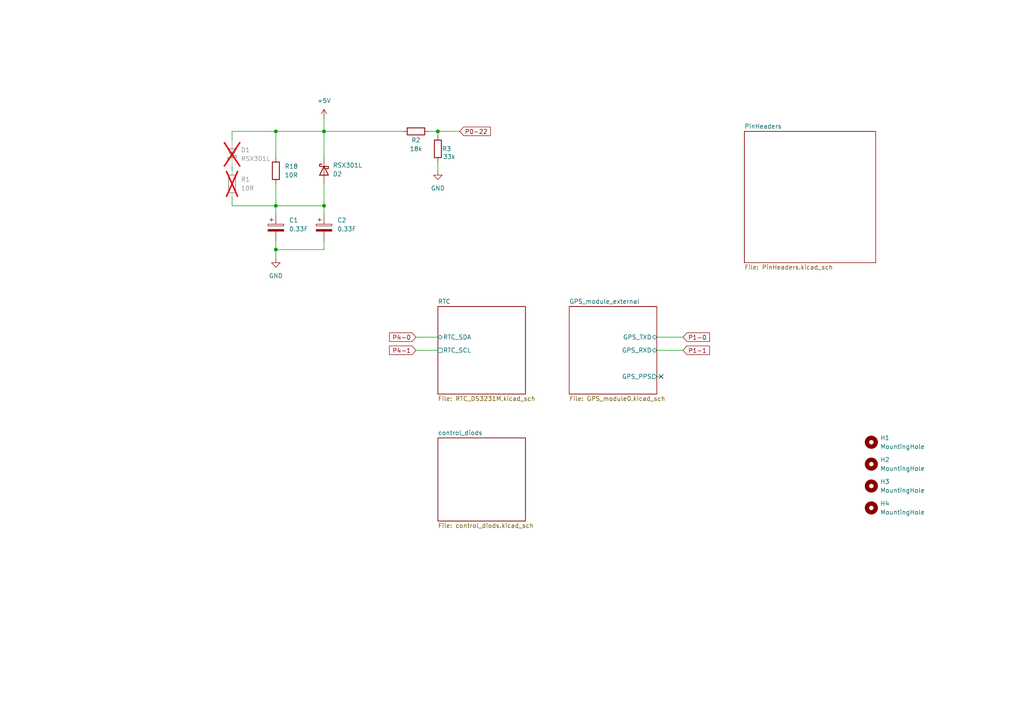
<source format=kicad_sch>
(kicad_sch (version 20231120) (generator "eeschema") (generator_version "8.0")
  (paper "A4")
  (title_block (title "Datalogger Expansion Shield") (date "2025-02-26") (rev "1.2"))
  (lib_symbols
    (symbol "Device:R" (pin_numbers hide) (pin_names (offset 0))
      (property "Reference" "R" (at 2.032 0 90))
      (property "Value" "R" (at 0 0 90))
      (symbol "R_0_1"
        (rectangle (start -1.016 -2.54) (end 1.016 2.54) (stroke (width 0.254)))
      )
      (symbol "R_1_1"
        (pin passive line (at 0 3.81 270) (length 1.27) (name "~") (number "1"))
        (pin passive line (at 0 -3.81 90) (length 1.27) (name "~") (number "2"))
      )
    )
    (symbol "Diode:B120-E3" (pin_numbers hide) (pin_names hide)
      (property "Reference" "D" (at 0 2.54 0))
      (property "Value" "B120-E3" (at 0 -2.54 0))
      (symbol "B120-E3_0_1"
        (polyline (pts (xy 1.27 0) (xy -1.27 0)))
        (polyline (pts (xy 1.27 1.27) (xy 1.27 -1.27) (xy -1.27 0) (xy 1.27 1.27)) (stroke (width 0.254)))
        (polyline (pts (xy -1.905 0.635) (xy -1.905 1.27) (xy -1.27 1.27) (xy -1.27 -1.27) (xy -0.635 -1.27) (xy -0.635 -0.635)) (stroke (width 0.254)))
      )
      (symbol "B120-E3_1_1"
        (pin passive line (at -3.81 0 0) (length 2.54) (name "K") (number "1"))
        (pin passive line (at 3.81 0 180) (length 2.54) (name "A") (number "2"))
      )
    )
    (symbol "Mechanical:MountingHole" (pin_names (offset 1.016)) (exclude_from_sim yes) (in_bom no)
      (property "Reference" "H" (at 0 5.08 0))
      (property "Value" "MountingHole" (at 0 3.175 0))
      (symbol "MountingHole_0_1"
        (circle (center 0 0) (radius 1.27) (stroke (width 1.27)))
      )
    )
    (symbol "SuperCapacitors:SCMR14G334SRBB0" (pin_numbers hide) (pin_names (offset 0.254))
      (property "Reference" "C" (at 0.635 2.54 0))
      (property "Value" "SCMR14G334SRBB0" (at 0.635 -2.54 0))
      (symbol "SCMR14G334SRBB0_0_1"
        (rectangle (start -2.286 0.508) (end 2.286 1.016))
        (polyline (pts (xy -1.778 2.286) (xy -0.762 2.286)))
        (polyline (pts (xy -1.27 2.794) (xy -1.27 1.778)))
        (rectangle (start 2.286 -0.508) (end -2.286 -1.016) (fill (type outline)))
      )
      (symbol "SCMR14G334SRBB0_1_1"
        (pin passive line (at 0 3.81 270) (length 2.794) (name "~") (number "1"))
        (pin passive line (at 0 -3.81 90) (length 2.794) (name "~") (number "2"))
      )
    )
    (symbol "power:+5V" (power) (pin_numbers hide) (pin_names (offset 0) hide)
      (property "Value" "+5V" (at 0 3.556 0))
      (symbol "+5V_0_1"
        (polyline (pts (xy -0.762 1.27) (xy 0 2.54)))
        (polyline (pts (xy 0 0) (xy 0 2.54)))
        (polyline (pts (xy 0 2.54) (xy 0.762 1.27)))
      )
      (symbol "+5V_1_1"
        (pin power_in line (at 0 0 90) (length 0) (name "~") (number "1"))
      )
    )
    (symbol "power:GND" (power) (pin_numbers hide) (pin_names (offset 0) hide)
      (property "Value" "GND" (at 0 -3.81 0))
      (symbol "GND_0_1"
        (polyline (pts (xy 0 0) (xy 0 -1.27) (xy 1.27 -1.27) (xy 0 -2.54) (xy -1.27 -1.27) (xy 0 -1.27)))
      )
      (symbol "GND_1_1"
        (pin power_in line (at 0 0 270) (length 0) (name "~") (number "1"))
      )
    )
  )
  (junction (at 80.01 72.39))
  (junction (at 93.98 38.1))
  (junction (at 93.98 59.69))
  (junction (at 80.01 59.69))
  (junction (at 80.01 38.1))
  (junction (at 127 38.1))
  (no_connect (at 191.77 109.22))
  (wire (pts (xy 80.01 72.39) (xy 80.01 74.93)))
  (wire (pts (xy 127 46.99) (xy 127 49.53)))
  (wire (pts (xy 127 38.1) (xy 133.35 38.1)))
  (wire (pts (xy 190.5 109.22) (xy 191.77 109.22)))
  (wire (pts (xy 80.01 53.34) (xy 80.01 59.69)))
  (wire (pts (xy 80.01 72.39) (xy 80.01 69.85)))
  (wire (pts (xy 93.98 62.23) (xy 93.98 59.69)))
  (wire (pts (xy 67.31 38.1) (xy 80.01 38.1)))
  (wire (pts (xy 127 38.1) (xy 127 39.37)))
  (wire (pts (xy 93.98 38.1) (xy 93.98 45.72)))
  (wire (pts (xy 93.98 34.29) (xy 93.98 38.1)))
  (wire (pts (xy 67.31 40.64) (xy 67.31 38.1)))
  (wire (pts (xy 80.01 62.23) (xy 80.01 59.69)))
  (wire (pts (xy 80.01 38.1) (xy 93.98 38.1)))
  (wire (pts (xy 190.5 101.6) (xy 198.12 101.6)))
  (wire (pts (xy 80.01 45.72) (xy 80.01 38.1)))
  (wire (pts (xy 190.5 97.79) (xy 198.12 97.79)))
  (wire (pts (xy 120.65 101.6) (xy 127 101.6)))
  (wire (pts (xy 67.31 59.69) (xy 67.31 57.15)))
  (wire (pts (xy 93.98 72.39) (xy 93.98 69.85)))
  (wire (pts (xy 93.98 59.69) (xy 80.01 59.69)))
  (wire (pts (xy 67.31 48.26) (xy 67.31 49.53)))
  (wire (pts (xy 80.01 72.39) (xy 93.98 72.39)))
  (wire (pts (xy 93.98 38.1) (xy 116.84 38.1)))
  (wire (pts (xy 124.46 38.1) (xy 127 38.1)))
  (wire (pts (xy 67.31 59.69) (xy 80.01 59.69)))
  (wire (pts (xy 120.65 97.79) (xy 127 97.79)))
  (wire (pts (xy 93.98 53.34) (xy 93.98 59.69)))
  (global_label "P1-0" (shape input) (at 198.12 97.79 0) (property "Intersheetrefs" "${INTERSHEET_REFS}" (effects (hide yes))))
  (global_label "P0-22" (shape input) (at 133.35 38.1 0) (property "Intersheetrefs" "${INTERSHEET_REFS}" (effects (hide yes))))
  (global_label "P4-1" (shape input) (at 120.65 101.6 180) (property "Intersheetrefs" "${INTERSHEET_REFS}" (effects (hide yes))))
  (global_label "P4-0" (shape input) (at 120.65 97.79 180) (property "Intersheetrefs" "${INTERSHEET_REFS}" (effects (hide yes))))
  (global_label "P1-1" (shape input) (at 198.12 101.6 0) (property "Intersheetrefs" "${INTERSHEET_REFS}" (effects (hide yes))))
  (symbol (lib_id "Device:R") (at 67.31 53.34 0) (unit 1) (dnp yes)
    (property "Reference" "R1" (at 69.85 52.0699 0) (effects (justify left)))
    (property "Value" "10R" (at 69.85 54.6099 0) (effects (justify left)))
    (property "Footprint" "Resistor_THT:R_Axial_DIN0204_L3.6mm_D1.6mm_P5.08mm_Horizontal" (effects (hide yes)))
    (property "Description" "Resistor" (effects (hide yes)))
  )
  (symbol (lib_id "Device:R") (at 127 43.18 180) (unit 1)
    (property "Reference" "R3" (at 129.54 43.18 0))
    (property "Value" "33k" (at 130.302 45.466 0))
    (property "Footprint" "Resistor_SMD:R_1206_3216Metric_Pad1.30x1.75mm_HandSolder" (effects (hide yes)))
    (property "Description" "Resistor" (effects (hide yes)))
  )
  (symbol (lib_id "Mechanical:MountingHole") (at 252.73 147.32 0) (unit 1) (exclude_from_sim yes) (in_bom no)
    (property "Reference" "H4" (at 255.27 146.0499 0) (effects (justify left)))
    (property "Value" "MountingHole" (at 255.27 148.5899 0) (effects (justify left)))
    (property "Footprint" "MountingHole:MountingHole_3.2mm_M3" (effects (hide yes)))
    (property "Description" "Mounting Hole without connection" (effects (hide yes)))
  )
  (symbol (lib_id "Diode:B120-E3") (at 67.31 44.45 90) (unit 1) (dnp yes)
    (property "Reference" "D1" (at 69.85 43.4974 90) (effects (justify right)))
    (property "Value" "RSX301L" (at 69.85 46.0374 90) (effects (justify right)))
    (property "Footprint" "Diode_SMD:D_SMA" (effects (hide yes)))
    (property "Datasheet" "https://fscdn.rohm.com/en/products/databook/datasheet/discrete/diode/schottky_barrier/rsx301l-30ddte25-e.pdf" (effects (hide yes)))
    (property "Description" "Schottky Diodes & Rectifiers 30V 3A, Single, DO-214AC, Highly Efficient SBD for Automotive" (effects (hide yes)))
  )
  (symbol (lib_id "power:GND") (at 127 49.53 0) (unit 1)
    (property "Reference" "#PWR013" (effects (hide yes)))
    (property "Value" "GND" (at 127 54.61 0))
    (property "Description" "Power symbol creates a global label with name \"GND\" , ground" (effects (hide yes)))
  )
  (symbol (lib_id "SuperCapacitors:SCMR14G334SRBB0") (at 80.01 66.04 0) (unit 1)
    (property "Reference" "C1" (at 83.82 63.8809 0) (effects (justify left)))
    (property "Value" "0.33F" (at 83.82 66.4209 0) (effects (justify left)))
    (property "Footprint" "SuperCapacitors:C_Radial_D8mm_W24mm_L14mm_P13.5mm" (effects (hide yes)))
    (property "Datasheet" "https://cz.mouser.com/ProductDetail/581-SCMT32H755SRBB0" (effects (hide yes)))
    (property "Description" "Polarized SuperCapacitor" (effects (hide yes)))
  )
  (symbol (lib_id "power:+5V") (at 93.98 34.29 0) (unit 1)
    (property "Reference" "#PWR039" (effects (hide yes)))
    (property "Value" "+5V" (at 93.98 29.21 0))
    (property "Description" "Power symbol creates a global label with name \"+5V\"" (effects (hide yes)))
  )
  (symbol (lib_id "Diode:B120-E3") (at 93.98 49.53 90) (mirror x) (unit 1)
    (property "Reference" "D2" (at 96.52 50.4826 90) (effects (justify right)))
    (property "Value" "RSX301L" (at 96.52 47.9426 90) (effects (justify right)))
    (property "Footprint" "Diode_SMD:D_SMA" (effects (hide yes)))
    (property "Datasheet" "https://fscdn.rohm.com/en/products/databook/datasheet/discrete/diode/schottky_barrier/rsx301l-30ddte25-e.pdf" (effects (hide yes)))
    (property "Description" "Schottky Diodes & Rectifiers 30V 3A, Single, DO-214AC, Highly Efficient SBD for Automotive" (effects (hide yes)))
  )
  (symbol (lib_id "Mechanical:MountingHole") (at 252.73 140.97 0) (unit 1) (exclude_from_sim yes) (in_bom no)
    (property "Reference" "H3" (at 255.27 139.6999 0) (effects (justify left)))
    (property "Value" "MountingHole" (at 255.27 142.2399 0) (effects (justify left)))
    (property "Footprint" "MountingHole:MountingHole_3.2mm_M3" (effects (hide yes)))
    (property "Description" "Mounting Hole without connection" (effects (hide yes)))
  )
  (symbol (lib_id "SuperCapacitors:SCMR14G334SRBB0") (at 93.98 66.04 0) (unit 1)
    (property "Reference" "C2" (at 97.79 63.8809 0) (effects (justify left)))
    (property "Value" "0.33F" (at 97.79 66.4209 0) (effects (justify left)))
    (property "Footprint" "SuperCapacitors:C_Radial_D8mm_W24mm_L14mm_P13.5mm" (effects (hide yes)))
    (property "Datasheet" "https://cz.mouser.com/ProductDetail/581-SCMT32H755SRBB0" (effects (hide yes)))
    (property "Description" "Polarized SuperCapacitor" (effects (hide yes)))
  )
  (symbol (lib_id "Mechanical:MountingHole") (at 252.73 128.27 0) (unit 1) (exclude_from_sim yes) (in_bom no)
    (property "Reference" "H1" (at 255.27 126.9999 0) (effects (justify left)))
    (property "Value" "MountingHole" (at 255.27 129.5399 0) (effects (justify left)))
    (property "Footprint" "MountingHole:MountingHole_3.2mm_M3" (effects (hide yes)))
    (property "Description" "Mounting Hole without connection" (effects (hide yes)))
  )
  (symbol (lib_id "power:GND") (at 80.01 74.93 0) (unit 1)
    (property "Reference" "#PWR01" (effects (hide yes)))
    (property "Value" "GND" (at 80.01 80.01 0))
    (property "Description" "Power symbol creates a global label with name \"GND\" , ground" (effects (hide yes)))
  )
  (symbol (lib_id "Mechanical:MountingHole") (at 252.73 134.62 0) (unit 1) (exclude_from_sim yes) (in_bom no)
    (property "Reference" "H2" (at 255.27 133.3499 0) (effects (justify left)))
    (property "Value" "MountingHole" (at 255.27 135.8899 0) (effects (justify left)))
    (property "Footprint" "MountingHole:MountingHole_3.2mm_M3" (effects (hide yes)))
    (property "Description" "Mounting Hole without connection" (effects (hide yes)))
  )
  (symbol (lib_id "Device:R") (at 120.65 38.1 90) (unit 1)
    (property "Reference" "R2" (at 120.65 40.64 90))
    (property "Value" "18k" (at 120.65 43.18 90))
    (property "Footprint" "Resistor_SMD:R_1206_3216Metric_Pad1.30x1.75mm_HandSolder" (effects (hide yes)))
    (property "Description" "Resistor" (effects (hide yes)))
  )
  (symbol (lib_id "Device:R") (at 80.01 49.53 0) (unit 1)
    (property "Reference" "R18" (at 82.55 48.2599 0) (effects (justify left)))
    (property "Value" "10R" (at 82.55 50.7999 0) (effects (justify left)))
    (property "Footprint" "Resistor_THT:R_Axial_DIN0204_L3.6mm_D1.6mm_P5.08mm_Horizontal" (effects (hide yes)))
    (property "Description" "Resistor" (effects (hide yes)))
  )
  (sheet (at 127 88.9) (size 25.4 25.4) (stroke (width 0.1524))
    (property "Sheetname" "RTC" (at 127 88.1884 0) (effects (justify left bottom)))
    (property "Sheetfile" "RTC_DS3231M.kicad_sch" (at 127 114.8846 0) (effects (justify left top)))
    (pin "RTC_SDA" bidirectional (at 127 97.79 180))
    (pin "RTC_SCL" passive (at 127 101.6 180))
  )
  (sheet (at 215.9 38.1) (size 38.1 38.1) (stroke (width 0.1524))
    (property "Sheetname" "PinHeaders" (at 215.9 37.3884 0) (effects (justify left bottom)))
    (property "Sheetfile" "PinHeaders.kicad_sch" (at 215.9 76.7846 0) (effects (justify left top)))
  )
  (sheet (at 165.1 88.9) (size 25.4 25.4) (stroke (width 0.1524))
    (property "Sheetname" "GPS_module_external" (at 165.1 88.1884 0) (effects (justify left bottom)))
    (property "Sheetfile" "GPS_module0.kicad_sch" (at 165.1 114.8846 0) (effects (justify left top)))
    (pin "GPS_TXD" bidirectional (at 190.5 97.79 0))
    (pin "GPS_PPS" output (at 190.5 109.22 0))
    (pin "GPS_RXD" bidirectional (at 190.5 101.6 0))
  )
  (sheet (at 127 127) (size 25.4 24.13) (stroke (width 0.1524))
    (property "Sheetname" "control_diods" (at 127 126.2884 0) (effects (justify left bottom)))
    (property "Sheetfile" "control_diods.kicad_sch" (at 127 151.7146 0) (effects (justify left top)))
  )
)
</source>
